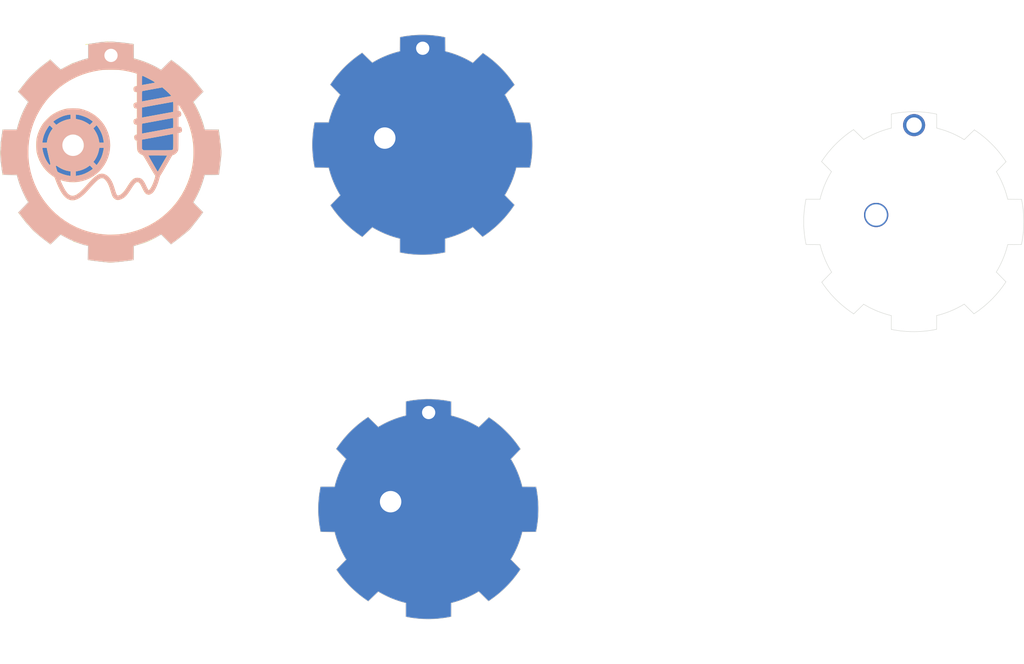
<source format=kicad_pcb>
(kicad_pcb (version 20241229) (generator "pcbnew") (generator_version "9.0")
  (layers (0 "F.Cu" signal) (2 "B.Cu" signal) (13 "F.Paste" user) (15 "B.Paste" user) (5 "F.SilkS" user "F.Silkscreen") (7 "B.SilkS" user "B.Silkscreen") (1 "F.Mask" user) (3 "B.Mask" user) (25 "Edge.Cuts" user))
  (net 0 "")
  (net 1 "GND")
  (footprint "LOGO" (layer "F.Cu") (at 124.635613 57.05176)
    (property "Reference" "G***" (hide yes))
    (property "Value" "LOGO" (hide yes))
  )
  (footprint "LOGO" (layer "F.Cu") (at 125.984 139.5222)
    (property "Reference" "G***" (hide yes))
    (property "Value" "LOGO" (hide yes))
  )
  (footprint "LOGO" (layer "F.Cu") (at 126.001747 139.507018)
    (property "Reference" "G***" (hide yes))
    (property "Value" "LOGO" (hide yes))
  )
  (footprint "LOGO" (layer "F.Cu") (at 124.661013 57.05176)
    (property "Reference" "G***" (hide yes))
    (property "Value" "LOGO" (hide yes))
  )
  (footprint "LOGO" (layer "F.Cu") (at 54.102 58.674)
    (property "Reference" "G***" (hide yes))
    (property "Value" "LOGO" (hide yes))
  )
  (footprint "LOGO" (layer "F.Cu") (at 54.1274 58.674)
    (property "Reference" "G***" (hide yes))
    (property "Value" "LOGO" (hide yes))
  )
  (gr_line (start 74.253233 67.207996) (end 75.1078 64.6684) (stroke (width 0.15)) (layer "F.SilkS"))
  (gr_line (start 74.094028 49.847671) (end 74.7522 51.5366) (stroke (width 0.15)) (layer "F.SilkS"))
  (gr_line (start 69.6722 39.2684) (end 70.3834 39.8526) (stroke (width 0.15)) (layer "F.SilkS"))
  (gr_line (start 61.4172 38.1508) (end 62.865 38.7096) (stroke (width 0.15)) (layer "F.SilkS"))
  (gr_line (start 34.351509 49.470279) (end 35.402051 47.452167) (stroke (width 0.15)) (layer "F.SilkS"))
  (gr_line (start 59.303743 79.941036) (end 61.8998 79.1718) (stroke (width 0.15)) (layer "F.SilkS"))
  (gr_line (start 34.0106 50.1904) (end 34.351509 49.470279) (stroke (width 0.15)) (layer "F.SilkS"))
  (gr_line (start 33.178541 45.026477) (end 35.64667 41.937142) (stroke (width 0.15)) (layer "F.SilkS"))
  (gr_line (start 29.700187 53.582932) (end 29.1846 57.8104) (stroke (width 0.15)) (layer "F.SilkS"))
  (gr_line (start 29.670409 63.848074) (end 29.1338 58.5978) (stroke (width 0.15)) (layer "F.SilkS"))
  (gr_line (start 33.4518 51.7398) (end 34.0106 50.1904) (stroke (width 0.15)) (layer "F.SilkS"))
  (gr_line (start 75.363595 53.582932) (end 72.800179 47.365885) (stroke (width 0.15)) (layer "F.SilkS"))
  (gr_line (start 34.925 69.1388) (end 35.502319 70.101233) (stroke (width 0.15)) (layer "F.SilkS"))
  (gr_line (start 78.503813 53.582932) (end 79.0194 57.4548) (stroke (width 0.15)) (layer "F.SilkS"))
  (gr_line (start 72.794146 70.088241) (end 74.253233 67.207996) (stroke (width 0.15)) (layer "F.SilkS"))
  (gr_line (start 33.234144 72.376595) (end 35.2044 74.9554) (stroke (width 0.15)) (layer "F.SilkS"))
  (gr_line (start 72.800179 47.365885) (end 73.238147 48.119236) (stroke (width 0.15)) (layer "F.SilkS"))
  (gr_line (start 74.094028 49.847671) (end 73.238147 48.119236) (stroke (width 0.15)) (layer "F.SilkS"))
  (gr_line (start 32.903398 53.582932) (end 33.4518 51.7398) (stroke (width 0.15)) (layer "F.SilkS"))
  (gr_line (start 67.783534 37.867998) (end 69.2404 38.9128) (stroke (width 0.15)) (layer "F.SilkS"))
  (gr_line (start 48.4124 34.3408) (end 53.5178 33.6804) (stroke (width 0.15)) (layer "F.SilkS"))
  (gr_line (start 61.8998 79.1718) (end 63.246 78.5876) (stroke (width 0.15)) (layer "F.SilkS"))
  (gr_line (start 45.4152 38.6334) (end 42.967395 39.928632) (stroke (width 0.15)) (layer "F.SilkS"))
  (gr_line (start 74.7522 51.5366) (end 75.111337 52.625924) (stroke (width 0.15)) (layer "F.SilkS"))
  (gr_line (start 59.331411 37.493112) (end 61.4172 38.1508) (stroke (width 0.15)) (layer "F.SilkS"))
  (gr_line (start 49.010932 37.475398) (end 45.4152 38.6334) (stroke (width 0.15)) (layer "F.SilkS"))
  (gr_line (start 48.9712 79.883) (end 45.6184 78.9178) (stroke (width 0.15)) (layer "F.SilkS"))
  (gr_line (start 42.793232 77.371793) (end 45.1358 78.5876) (stroke (width 0.15)) (layer "F.SilkS"))
  (gr_line (start 45.1358 78.5876) (end 48.9712 79.883) (stroke (width 0.15)) (layer "F.SilkS"))
  (gr_line (start 29.1338 58.5978) (end 29.460317 62.168785) (stroke (width 0.15)) (layer "F.SilkS"))
  (gr_line (start 32.921147 63.903411) (end 33.5788 66.0654) (stroke (width 0.15)) (layer "F.SilkS"))
  (gr_line (start 70.3834 39.8526) (end 71.3232 40.6654) (stroke (width 0.15)) (layer "F.SilkS"))
  (gr_line (start 69.2404 38.9128) (end 69.6722 39.2684) (stroke (width 0.15)) (layer "F.SilkS"))
  (gr_line (start 33.5788 66.0654) (end 34.925 69.1388) (stroke (width 0.15)) (layer "F.SilkS"))
  (gr_line (start 63.246 78.5876) (end 64.4398 77.9526) (stroke (width 0.15)) (layer "F.SilkS"))
  (gr_line (start 40.455236 37.7513) (end 37.135414 40.412646) (stroke (width 0.15)) (layer "F.SilkS"))
  (gr_line (start 49.036332 34.291954) (end 52.0954 33.8074) (stroke (width 0.15)) (layer "B.SilkS"))
  (gr_line (start 65.3796 77.4192) (end 61.2648 79.2988) (stroke (width 0.15)) (layer "B.SilkS"))
  (gr_line (start 38.735 39.0906) (end 40.4114 37.8714) (stroke (width 0.15)) (layer "B.SilkS"))
  (gr_line (start 51.7906 33.909) (end 53.2638 33.782) (stroke (width 0.15)) (layer "B.SilkS"))
  (gr_line (start 63.627 78.3082) (end 59.329143 79.941036) (stroke (width 0.15)) (layer "B.SilkS"))
  (gr_line (start 35.052 69.342) (end 34.29 67.7926) (stroke (width 0.15)) (layer "B.SilkS"))
  (gr_line (start 33.5534 66.0146) (end 33.2486 65.0494) (stroke (width 0.15)) (layer "B.SilkS"))
  (gr_line (start 52.0954 33.8074) (end 53.0098 33.8074) (stroke (width 0.15)) (layer "B.SilkS"))
  (gr_line (start 29.21 59.7916) (end 29.2862 56.4388) (stroke (width 0.15)) (layer "B.SilkS"))
  (gr_line (start 33.7566 50.9016) (end 34.544 49.0474) (stroke (width 0.15)) (layer "B.SilkS"))
  (gr_line (start 34.544 49.0474) (end 35.473698 47.356832) (stroke (width 0.15)) (layer "B.SilkS"))
  (gr_line (start 44.799969 78.431466) (end 47.115893 79.373113) (stroke (width 0.15)) (layer "B.SilkS"))
  (gr_line (start 33.203941 45.026477) (end 35.086254 42.658969) (stroke (width 0.15)) (layer "B.SilkS"))
  (gr_line (start 42.795405 40.025198) (end 45.4152 38.6842) (stroke (width 0.15)) (layer "B.SilkS"))
  (gr_line (start 35.814 41.7576) (end 37.2872 40.3352) (stroke (width 0.15)) (layer "B.SilkS"))
  (gr_line (start 33.259544 72.376595) (end 34.8742 74.4728) (stroke (width 0.15)) (layer "B.SilkS"))
  (gr_line (start 65.560261 40.075941) (end 67.439978 38.20698) (stroke (width 0.15)) (layer "B.SilkS"))
  (gr_line (start 67.86859 37.899948) (end 70.229473 39.692858) (stroke (width 0.15)) (layer "B.SilkS"))
  (gr_line (start 32.8676 63.7286) (end 29.6164 63.3476) (stroke (width 0.15)) (layer "B.SilkS"))
  (gr_line (start 37.2872 40.3352) (end 38.735 39.0906) (stroke (width 0.15)) (layer "B.SilkS"))
  (gr_line (start 33.203941 45.026477) (end 35.473698 47.356832) (stroke (width 0.15)) (layer "B.SilkS"))
  (gr_line (start 32.928798 53.582932) (end 33.7566 50.9016) (stroke (width 0.15)) (layer "B.SilkS"))
  (gr_line (start 33.259544 72.376595) (end 35.5346 70.0024) (stroke (width 0.15)) (layer "B.SilkS"))
  (gr_line (start 34.8742 74.4728) (end 35.391302 75.108365) (stroke (width 0.15)) (layer "B.SilkS"))
  (gr_line (start 45.4152 38.6842) (end 47.7266 37.846) (stroke (width 0.15)) (layer "B.SilkS"))
  (gr_line (start 29.6164 63.3476) (end 29.2354 60.4266) (stroke (width 0.15)) (layer "B.SilkS"))
  (gr_line (start 35.086254 42.658969) (end 35.814 41.7576) (stroke (width 0.15)) (layer "B.SilkS"))
  (gr_line (start 42.818632 77.371793) (end 44.799969 78.431466) (stroke (width 0.15)) (layer "B.SilkS"))
  (gr_line (start 40.4114 37.8714) (end 42.790353 40.022722) (stroke (width 0.15)) (layer "B.SilkS"))
  (gr_line (start 35.5346 70.0024) (end 35.052 69.342) (stroke (width 0.15)) (layer "B.SilkS"))
  (gr_line (start 29.2862 56.4388) (end 29.5402 54.7878) (stroke (width 0.15)) (layer "B.SilkS"))
  (gr_line (start 49.0728 37.4904) (end 49.0474 34.417) (stroke (width 0.15)) (layer "B.SilkS"))
  (gr_line (start 29.5402 54.7878) (end 29.695993 53.707442) (stroke (width 0.15)) (layer "B.SilkS"))
  (gr_line (start 61.2648 79.2988) (end 63.627 78.3082) (stroke (width 0.15)) (layer "B.SilkS"))
  (gr_line (start 29.2354 60.4266) (end 29.21 59.7916) (stroke (width 0.15)) (layer "B.SilkS"))
  (gr_line (start 48.1838 79.7306) (end 47.115893 79.373113) (stroke (width 0.15)) (layer "B.SilkS"))
  (gr_line (start 53.0098 33.8074) (end 51.7906 33.909) (stroke (width 0.15)) (layer "B.SilkS"))
  (gr_line (start 47.7266 37.846) (end 49.0728 37.4904) (stroke (width 0.15)) (layer "B.SilkS"))
  (gr_line (start 33.2486 65.0494) (end 32.8676 63.7286) (stroke (width 0.15)) (layer "B.SilkS"))
  (gr_line (start 48.9712 83.058) (end 49.036332 79.935595) (stroke (width 0.15)) (layer "B.SilkS"))
  (gr_line (start 34.29 67.7926) (end 33.5534 66.0146) (stroke (width 0.15)) (layer "B.SilkS"))
  (gr_arc (start 131.190961 118.364007) (mid 134.4006 119.422549) (end 137.408208 120.964165) (stroke (width 0.1)) (layer "Edge.Cuts"))
  (gr_arc (start 49.022 79.933799) (mid 45.798253 78.893625) (end 42.773929 77.367856) (stroke (width 0.1)) (layer "Edge.Cuts"))
  (gr_arc (start 65.516546 77.343124) (mid 62.500566 78.88024) (end 59.2836 79.933799) (stroke (width 0.1)) (layer "Edge.Cuts"))
  (gr_arc (start 78.491057 53.618352) (mid 79.009488 58.72634) (end 78.469595 63.832104) (stroke (width 0.1)) (layer "Edge.Cuts"))
  (gr_line (start 145.491864 70.668021) (end 143.316024 68.447826) (stroke (width 0.1)) (layer "Edge.Cuts"))
  (gr_arc (start 49.041298 34.285993) (mid 54.164186 33.766537) (end 59.284416 34.311567) (stroke (width 0.1)) (layer "Edge.Cuts"))
  (gr_line (start 149.02467 51.996112) (end 145.89603 51.971613) (stroke (width 0.1)) (layer "Edge.Cuts"))
  (gr_arc (start 107.391162 150.977607) (mid 105.84877 147.968484) (end 104.789695 144.757229) (stroke (width 0.1)) (layer "Edge.Cuts"))
  (gr_arc (start 138.340149 36.25341) (mid 142.297586 39.48929) (end 145.511056 43.464945) (stroke (width 0.1)) (layer "Edge.Cuts"))
  (gr_arc (start 230.757095 95.723602) (mid 227.533348 94.683428) (end 224.509024 93.157659) (stroke (width 0.1)) (layer "Edge.Cuts"))
  (gr_line (start 249.453356 95.320053) (end 247.251641 93.132927) (stroke (width 0.1)) (layer "Edge.Cuts"))
  (gr_line (start 129.793718 81.419357) (end 129.817213 78.31156) (stroke (width 0.1)) (layer "Edge.Cuts"))
  (gr_arc (start 256.693346 88.080064) (mid 253.449389 92.076097) (end 249.453356 95.320053) (stroke (width 0.1)) (layer "Edge.Cuts"))
  (gr_line (start 67.718261 79.53025) (end 65.516546 77.343124) (stroke (width 0.1)) (layer "Edge.Cuts"))
  (gr_line (start 131.166377 115.185173) (end 131.190961 118.364007) (stroke (width 0.1)) (layer "Edge.Cuts"))
  (gr_line (start 40.515187 79.54944) (end 42.773929 77.367856) (stroke (width 0.1)) (layer "Edge.Cuts"))
  (gr_line (start 230.776393 50.075795) (end 230.760611 53.269481) (stroke (width 0.1)) (layer "Edge.Cuts"))
  (gr_line (start 249.541631 53.665453) (end 247.261342 55.880361) (stroke (width 0.1)) (layer "Edge.Cuts"))
  (gr_line (start 214.980848 60.847544) (end 217.210416 63.120308) (stroke (width 0.1)) (layer "Edge.Cuts"))
  (gr_arc (start 111.0488 77.9272) (mid 107.06819 74.708802) (end 103.829578 70.74462) (stroke (width 0.1)) (layer "Edge.Cuts"))
  (gr_arc (start 42.7736 40.055801) (mid 45.799039 38.523793) (end 49.025516 37.479678) (stroke (width 0.1)) (layer "Edge.Cuts"))
  (gr_line (start 138.340149 36.25341) (end 136.05986 38.468318) (stroke (width 0.1)) (layer "Edge.Cuts"))
  (gr_arc (start 137.398507 158.216731) (mid 134.382527 159.753846) (end 131.165561 160.807406) (stroke (width 0.1)) (layer "Edge.Cuts"))
  (gr_arc (start 139.688497 118.749257) (mid 143.645935 121.985136) (end 146.859404 125.960792) (stroke (width 0.1)) (layer "Edge.Cuts"))
  (gr_line (start 230.757095 98.847803) (end 230.757095 95.723603) (stroke (width 0.1)) (layer "Edge.Cuts"))
  (gr_line (start 119.555613 81.43576) (end 119.555613 78.31156) (stroke (width 0.1)) (layer "Edge.Cuts"))
  (gr_line (start 111.0488 77.9272) (end 113.307542 75.745616) (stroke (width 0.1)) (layer "Edge.Cuts"))
  (gr_arc (start 145.491864 70.668021) (mid 142.247906 74.664053) (end 138.251874 77.90801) (stroke (width 0.1)) (layer "Edge.Cuts"))
  (gr_arc (start 224.508695 55.845604) (mid 227.534134 54.313596) (end 230.760611 53.269481) (stroke (width 0.1)) (layer "Edge.Cuts"))
  (gr_arc (start 247.251641 93.132927) (mid 244.235661 94.670042) (end 241.018695 95.723602) (stroke (width 0.1)) (layer "Edge.Cuts"))
  (gr_arc (start 147.24376 144.729207) (mid 146.194355 147.936175) (end 144.664372 150.943673) (stroke (width 0.1)) (layer "Edge.Cuts"))
  (gr_line (start 139.688497 118.749257) (end 137.408208 120.964165) (stroke (width 0.1)) (layer "Edge.Cuts"))
  (gr_line (start 59.284416 34.311566) (end 59.309 37.4904) (stroke (width 0.1)) (layer "Edge.Cuts"))
  (gr_line (start 138.251874 77.90801) (end 136.050159 75.720884) (stroke (width 0.1)) (layer "Edge.Cuts"))
  (gr_line (start 74.958251 72.290261) (end 72.782411 70.070066) (stroke (width 0.1)) (layer "Edge.Cuts"))
  (gr_line (start 101.599968 134.467608) (end 104.774961 134.467607) (stroke (width 0.1)) (layer "Edge.Cuts"))
  (gr_line (start 29.733321 63.82696) (end 32.907734 63.883622) (stroke (width 0.1)) (layer "Edge.Cuts"))
  (gr_arc (start 149.02467 51.996112) (mid 149.543101 57.1041) (end 149.003208 62.209864) (stroke (width 0.1)) (layer "Edge.Cuts"))
  (gr_line (start 149.003208 62.209864) (end 145.895413 62.23336) (stroke (width 0.1)) (layer "Edge.Cuts"))
  (gr_arc (start 100.266934 62.20472) (mid 99.728102 57.089035) (end 100.25162 51.971761) (stroke (width 0.1)) (layer "Edge.Cuts"))
  (gr_line (start 101.615282 144.700567) (end 104.789695 144.757229) (stroke (width 0.1)) (layer "Edge.Cuts"))
  (gr_arc (start 214.628095 69.383803) (mid 215.674551 66.151169) (end 217.210416 63.120308) (stroke (width 0.1)) (layer "Edge.Cuts"))
  (gr_arc (start 217.244296 85.893803) (mid 215.701904 82.88468) (end 214.642829 79.673425) (stroke (width 0.1)) (layer "Edge.Cuts"))
  (gr_line (start 260.226152 69.408155) (end 257.097512 69.383656) (stroke (width 0.1)) (layer "Edge.Cuts"))
  (gr_arc (start 104.774961 134.467607) (mid 105.821417 131.234973) (end 107.357282 128.204112) (stroke (width 0.1)) (layer "Edge.Cuts"))
  (gr_arc (start 67.806536 37.87565) (mid 71.763973 41.111529) (end 74.977443 45.087185) (stroke (width 0.1)) (layer "Edge.Cuts"))
  (gr_line (start 146.859404 125.960792) (end 144.678361 128.219207) (stroke (width 0.1)) (layer "Edge.Cuts"))
  (gr_line (start 111.019354 36.195513) (end 113.307213 38.433561) (stroke (width 0.1)) (layer "Edge.Cuts"))
  (gr_arc (start 74.958251 72.290261) (mid 71.714294 76.286293) (end 67.718261 79.53025) (stroke (width 0.1)) (layer "Edge.Cuts"))
  (gr_line (start 100.266934 62.20472) (end 103.441347 62.261382) (stroke (width 0.1)) (layer "Edge.Cuts"))
  (gr_arc (start 119.574911 32.663753) (mid 124.697799 32.1443) (end 129.818029 32.689327) (stroke (width 0.1)) (layer "Edge.Cuts"))
  (gr_line (start 131.142066 163.915204) (end 131.165561 160.807407) (stroke (width 0.1)) (layer "Edge.Cuts"))
  (gr_arc (start 119.555613 78.311559) (mid 116.331866 77.271385) (end 113.307542 75.745616) (stroke (width 0.1)) (layer "Edge.Cuts"))
  (gr_arc (start 35.509201 70.104) (mid 33.966809 67.094877) (end 32.907734 63.883622) (stroke (width 0.1)) (layer "Edge.Cuts"))
  (gr_line (start 119.574911 32.663752) (end 119.559129 35.857438) (stroke (width 0.1)) (layer "Edge.Cuts"))
  (gr_line (start 40.485741 37.817753) (end 42.7736 40.055801) (stroke (width 0.1)) (layer "Edge.Cuts"))
  (gr_line (start 29.718007 53.594001) (end 32.893 53.594) (stroke (width 0.1)) (layer "Edge.Cuts"))
  (gr_line (start 67.806536 37.87565) (end 65.526247 40.090558) (stroke (width 0.1)) (layer "Edge.Cuts"))
  (gr_arc (start 150.373018 134.491959) (mid 150.891449 139.599947) (end 150.351556 144.705711) (stroke (width 0.1)) (layer "Edge.Cuts"))
  (gr_line (start 240.9952 98.8314) (end 241.018695 95.723603) (stroke (width 0.1)) (layer "Edge.Cuts"))
  (gr_line (start 145.511056 43.464945) (end 143.330013 45.72336) (stroke (width 0.1)) (layer "Edge.Cuts"))
  (gr_arc (start 241.044095 53.280203) (mid 244.253733 54.338745) (end 247.261342 55.880361) (stroke (width 0.1)) (layer "Edge.Cuts"))
  (gr_arc (start 260.226152 69.408155) (mid 260.744583 74.516143) (end 260.20469 79.621907) (stroke (width 0.1)) (layer "Edge.Cuts"))
  (gr_line (start 120.923259 115.159599) (end 120.907477 118.353285) (stroke (width 0.1)) (layer "Edge.Cuts"))
  (gr_arc (start 33.245754 45.057741) (mid 36.48971 41.06171) (end 40.485742 37.817754) (stroke (width 0.1)) (layer "Edge.Cuts"))
  (gr_line (start 105.127714 125.931348) (end 107.357282 128.204112) (stroke (width 0.1)) (layer "Edge.Cuts"))
  (gr_line (start 211.468416 79.616763) (end 214.642829 79.673425) (stroke (width 0.1)) (layer "Edge.Cuts"))
  (gr_line (start 78.469595 63.832104) (end 75.3618 63.8556) (stroke (width 0.1)) (layer "Edge.Cuts"))
  (gr_arc (start 230.776393 50.075796) (mid 235.899281 49.55634) (end 241.019511 50.10137) (stroke (width 0.1)) (layer "Edge.Cuts"))
  (gr_arc (start 75.361799 63.8556) (mid 74.312393 67.062567) (end 72.782411 70.070066) (stroke (width 0.1)) (layer "Edge.Cuts"))
  (gr_arc (start 211.468416 79.616763) (mid 210.929585 74.501078) (end 211.453102 69.383804) (stroke (width 0.1)) (layer "Edge.Cuts"))
  (gr_line (start 256.693346 88.080064) (end 254.517506 85.859869) (stroke (width 0.1)) (layer "Edge.Cuts"))
  (gr_line (start 105.177926 153.240467) (end 107.391161 150.977607) (stroke (width 0.1)) (layer "Edge.Cuts"))
  (gr_line (start 33.295965 72.36686) (end 35.5092 70.104) (stroke (width 0.1)) (layer "Edge.Cuts"))
  (gr_arc (start 222.250282 95.339243) (mid 218.269672 92.120844) (end 215.03106 88.156663) (stroke (width 0.1)) (layer "Edge.Cuts"))
  (gr_arc (start 131.142066 163.915204) (mid 126.023865 164.455121) (end 120.903961 163.931607) (stroke (width 0.1)) (layer "Edge.Cuts"))
  (gr_line (start 222.250282 95.339243) (end 224.509024 93.157659) (stroke (width 0.1)) (layer "Edge.Cuts"))
  (gr_line (start 256.712538 60.876988) (end 254.531495 63.135403) (stroke (width 0.1)) (layer "Edge.Cuts"))
  (gr_arc (start 103.779367 43.435501) (mid 107.023322 39.439469) (end 111.019355 36.195514) (stroke (width 0.1)) (layer "Edge.Cuts"))
  (gr_line (start 112.397148 160.423047) (end 114.65589 158.241463) (stroke (width 0.1)) (layer "Edge.Cuts"))
  (gr_arc (start 240.9952 98.8314) (mid 235.876999 99.371317) (end 230.757095 98.847803) (stroke (width 0.1)) (layer "Edge.Cuts"))
  (gr_arc (start 103.426613 51.97176) (mid 104.473069 48.739125) (end 106.008934 45.708265) (stroke (width 0.1)) (layer "Edge.Cuts"))
  (gr_line (start 100.25162 51.971761) (end 103.426613 51.97176) (stroke (width 0.1)) (layer "Edge.Cuts"))
  (gr_arc (start 114.655561 120.929408) (mid 117.681 119.3974) (end 120.907477 118.353285) (stroke (width 0.1)) (layer "Edge.Cuts"))
  (gr_arc (start 257.096894 79.645403) (mid 256.047489 82.852371) (end 254.517506 85.859869) (stroke (width 0.1)) (layer "Edge.Cuts"))
  (gr_line (start 74.977443 45.087185) (end 72.7964 47.3456) (stroke (width 0.1)) (layer "Edge.Cuts"))
  (gr_line (start 33.245753 45.057741) (end 35.475321 47.330505) (stroke (width 0.1)) (layer "Edge.Cuts"))
  (gr_line (start 49.022 83.058) (end 49.022 79.9338) (stroke (width 0.1)) (layer "Edge.Cuts"))
  (gr_arc (start 106.042814 68.48176) (mid 104.500422 65.472637) (end 103.441347 62.261382) (stroke (width 0.1)) (layer "Edge.Cuts"))
  (gr_line (start 49.041298 34.285992) (end 49.025516 37.479678) (stroke (width 0.1)) (layer "Edge.Cuts"))
  (gr_line (start 215.03106 88.156663) (end 217.244295 85.893803) (stroke (width 0.1)) (layer "Edge.Cuts"))
  (gr_line (start 150.351556 144.705711) (end 147.243761 144.729207) (stroke (width 0.1)) (layer "Edge.Cuts"))
  (gr_arc (start 129.842613 35.86816) (mid 133.052249 36.926706) (end 136.05986 38.468318) (stroke (width 0.1)) (layer "Edge.Cuts"))
  (gr_line (start 241.019511 50.101369) (end 241.044095 53.280203) (stroke (width 0.1)) (layer "Edge.Cuts"))
  (gr_line (start 146.840212 153.163868) (end 144.664372 150.943673) (stroke (width 0.1)) (layer "Edge.Cuts"))
  (gr_arc (start 144.678361 128.219207) (mid 146.204176 131.243619) (end 147.244378 134.46746) (stroke (width 0.1)) (layer "Edge.Cuts"))
  (gr_arc (start 146.840212 153.163868) (mid 143.596255 157.159901) (end 139.600222 160.403857) (stroke (width 0.1)) (layer "Edge.Cuts"))
  (gr_line (start 260.20469 79.621907) (end 257.096895 79.645403) (stroke (width 0.1)) (layer "Edge.Cuts"))
  (gr_line (start 103.829578 70.74462) (end 106.042813 68.48176) (stroke (width 0.1)) (layer "Edge.Cuts"))
  (gr_line (start 59.260105 83.041597) (end 59.2836 79.9338) (stroke (width 0.1)) (layer "Edge.Cuts"))
  (gr_arc (start 143.330013 45.72336) (mid 144.855826 48.747772) (end 145.89603 51.971613) (stroke (width 0.1)) (layer "Edge.Cuts"))
  (gr_arc (start 112.397148 160.423047) (mid 108.416538 157.204648) (end 105.177926 153.240467) (stroke (width 0.1)) (layer "Edge.Cuts"))
  (gr_line (start 139.600222 160.403857) (end 137.398507 158.216731) (stroke (width 0.1)) (layer "Edge.Cuts"))
  (gr_arc (start 101.615282 144.700567) (mid 101.076451 139.584882) (end 101.599968 134.467608) (stroke (width 0.1)) (layer "Edge.Cuts"))
  (gr_arc (start 214.980849 60.847544) (mid 218.224805 56.851513) (end 222.220837 53.607557) (stroke (width 0.1)) (layer "Edge.Cuts"))
  (gr_arc (start 40.515187 79.54944) (mid 36.534577 76.331042) (end 33.295965 72.36686) (stroke (width 0.1)) (layer "Edge.Cuts"))
  (gr_line (start 103.779366 43.435501) (end 106.008934 45.708265) (stroke (width 0.1)) (layer "Edge.Cuts"))
  (gr_arc (start 59.309 37.4904) (mid 62.518638 38.548942) (end 65.526247 40.090558) (stroke (width 0.1)) (layer "Edge.Cuts"))
  (gr_arc (start 59.260105 83.041597) (mid 54.141904 83.581514) (end 49.022 83.058) (stroke (width 0.1)) (layer "Edge.Cuts"))
  (gr_line (start 120.903961 163.931607) (end 120.903961 160.807407) (stroke (width 0.1)) (layer "Edge.Cuts"))
  (gr_arc (start 145.895412 62.23336) (mid 144.846005 65.440327) (end 143.316024 68.447826) (stroke (width 0.1)) (layer "Edge.Cuts"))
  (gr_line (start 78.491057 53.618352) (end 75.362417 53.593853) (stroke (width 0.1)) (layer "Edge.Cuts"))
  (gr_line (start 222.220836 53.607556) (end 224.508695 55.845604) (stroke (width 0.1)) (layer "Edge.Cuts"))
  (gr_line (start 112.367702 118.69136) (end 114.655561 120.929408) (stroke (width 0.1)) (layer "Edge.Cuts"))
  (gr_arc (start 136.050159 75.720884) (mid 133.034181 77.258004) (end 129.817213 78.311559) (stroke (width 0.1)) (layer "Edge.Cuts"))
  (gr_arc (start 120.923259 115.1596) (mid 126.046147 114.640144) (end 131.166377 115.185174) (stroke (width 0.1)) (layer "Edge.Cuts"))
  (gr_arc (start 249.541631 53.665453) (mid 253.499069 56.901332) (end 256.712538 60.876988) (stroke (width 0.1)) (layer "Edge.Cuts"))
  (gr_arc (start 29.733321 63.82696) (mid 29.194489 58.711275) (end 29.718007 53.594001) (stroke (width 0.1)) (layer "Edge.Cuts"))
  (gr_line (start 150.373018 134.491959) (end 147.244378 134.46746) (stroke (width 0.1)) (layer "Edge.Cuts"))
  (gr_line (start 129.818029 32.689326) (end 129.842613 35.86816) (stroke (width 0.1)) (layer "Edge.Cuts"))
  (gr_arc (start 113.307213 38.433561) (mid 116.332651 36.901551) (end 119.559129 35.857438) (stroke (width 0.1)) (layer "Edge.Cuts"))
  (gr_arc (start 32.893 53.594) (mid 33.939456 50.361365) (end 35.475321 47.330505) (stroke (width 0.1)) (layer "Edge.Cuts"))
  (gr_arc (start 105.127715 125.931348) (mid 108.371671 121.935317) (end 112.367703 118.691361) (stroke (width 0.1)) (layer "Edge.Cuts"))
  (gr_arc (start 72.7964 47.3456) (mid 74.322213 50.370012) (end 75.362417 53.593853) (stroke (width 0.1)) (layer "Edge.Cuts"))
  (gr_arc (start 129.793718 81.419357) (mid 124.675517 81.959277) (end 119.555613 81.43576) (stroke (width 0.1)) (layer "Edge.Cuts"))
  (gr_arc (start 120.903961 160.807406) (mid 117.680214 159.767232) (end 114.65589 158.241463) (stroke (width 0.1)) (layer "Edge.Cuts"))
  (gr_line (start 211.453102 69.383804) (end 214.628095 69.383803) (stroke (width 0.1)) (layer "Edge.Cuts"))
  (gr_arc (start 254.531495 63.135403) (mid 256.05731 66.159814) (end 257.097512 69.383656) (stroke (width 0.1)) (layer "Edge.Cuts"))
  (via (at 124.711813 35.18236) (size 4) (drill 3) (layers "F.Cu" "B.Cu") (net 1))
  (via (at 126.060161 117.678207) (size 4) (drill 3) (layers "F.Cu" "B.Cu") (net 1))
  (via (at 116.126613 55.52776) (size 5.5) (drill 4.85) (layers "F.Cu" "B.Cu") (net 1))
  (via (at 227.328095 72.939803) (size 5.5) (drill 4.85) (layers "F.Cu" "B.Cu") (net 1))
  (via (at 235.913295 52.594403) (size 5) (drill 3.5) (layers "F.Cu" "B.Cu") (net 1))
  (via (at 117.4496 137.8712) (size 6) (drill 4.85) (layers "F.Cu" "B.Cu") (net 1))
  (via (at 45.593 57.15) (size 5.5) (drill 4.85) (layers "F.Cu" "B.Cu") (net 1))
  (via (at 54.1782 36.8046) (size 4) (drill 3) (layers "F.Cu" "B.Cu") (net 1))
  (zone (net 1) (net_name "GND") (layers "F.Cu" "B.Cu") (priority 2) (connect_pads yes (clearance 0.05)) (min_thickness 0.2) (fill yes (thermal_gap 0.5) (thermal_bridge_width 0.5))
    (polygon (pts (xy 88.1634 39.751) (xy 97.917 83.185) (xy 130.985613 92.15456) (xy 149.324413 92.00216) (xy 161.643413 80.01336) (xy 156.207813 62.10636) (xy 139.1412 24.257)))
  )
  (zone (net 1) (net_name "GND") (layers "F.Cu" "B.Cu") (connect_pads yes (clearance 0.05)) (min_thickness 0.2) (fill yes (thermal_gap 0.5) (thermal_bridge_width 0.5))
    (polygon (pts (xy 41.1226 50.4444) (xy 38.8874 52.832) (xy 38.1508 56.2356) (xy 39.0652 61.4426) (xy 40.9956 63.2714) (xy 43.4086 64.516) (xy 46.6598 64.7954) (xy 49.0728 63.881) (xy 51.562 62.2046) (xy 52.6542 60.1726) (xy 53.4416 56.5658) (xy 52.4764 53.4924) (xy 50.1396 51.0286) (xy 47.8536 49.8348) (xy 44.196 49.3268)))
  )
  (zone (net 1) (net_name "GND") (layers "F.Cu" "B.Cu") (priority 2) (connect_pads yes (clearance 0.05)) (min_thickness 0.2) (fill yes (thermal_gap 0.5) (thermal_bridge_width 0.5))
    (polygon (pts (xy 89.320204 122.215791) (xy 99.073804 165.649791) (xy 132.142417 174.619351) (xy 150.481217 174.466951) (xy 162.800217 162.478151) (xy 157.364617 144.571151) (xy 140.298004 106.721791)))
  )
  (zone (net 1) (net_name "GND") (layers "F.Cu" "B.Cu") (priority 2) (connect_pads yes (clearance 0.05)) (min_thickness 0.2) (fill yes (thermal_gap 0.5) (thermal_bridge_width 0.5))
    (polygon (pts (xy 60.833 40.7416) (xy 60.579 58.0136) (xy 62.3316 60.0202) (xy 64.5922 63.8048) (xy 67.6402 58.9788) (xy 68.9102 58.2168) (xy 69.0372 42.6974)))
  )
)
</source>
